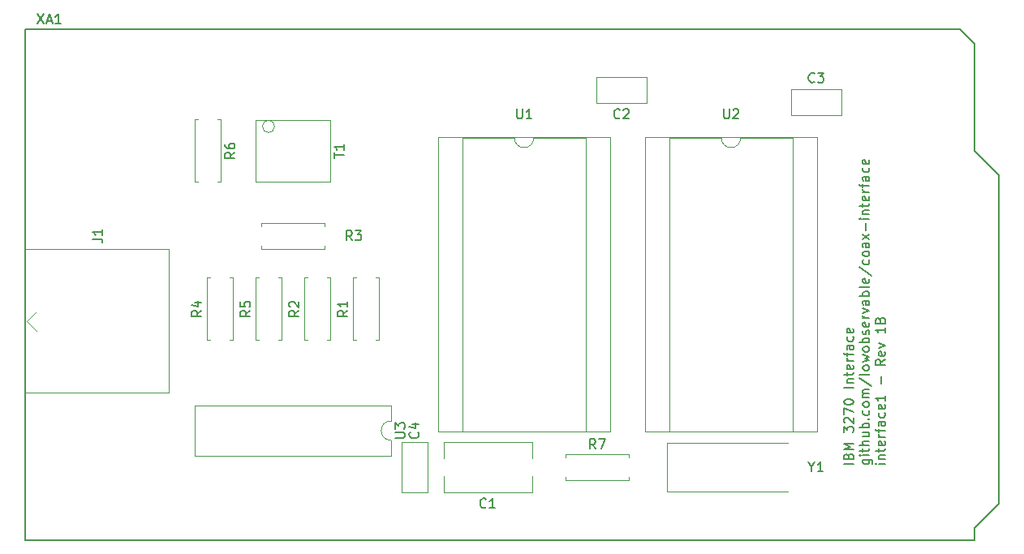
<source format=gbr>
G04 #@! TF.GenerationSoftware,KiCad,Pcbnew,5.1.4*
G04 #@! TF.CreationDate,2019-10-06T12:07:38-05:00*
G04 #@! TF.ProjectId,hardware,68617264-7761-4726-952e-6b696361645f,rev?*
G04 #@! TF.SameCoordinates,Original*
G04 #@! TF.FileFunction,Legend,Top*
G04 #@! TF.FilePolarity,Positive*
%FSLAX46Y46*%
G04 Gerber Fmt 4.6, Leading zero omitted, Abs format (unit mm)*
G04 Created by KiCad (PCBNEW 5.1.4) date 2019-10-06 12:07:38*
%MOMM*%
%LPD*%
G04 APERTURE LIST*
%ADD10C,0.150000*%
%ADD11C,0.120000*%
G04 APERTURE END LIST*
D10*
X229942380Y-63164404D02*
X228942380Y-63164404D01*
X229418571Y-62354880D02*
X229466190Y-62212023D01*
X229513809Y-62164404D01*
X229609047Y-62116785D01*
X229751904Y-62116785D01*
X229847142Y-62164404D01*
X229894761Y-62212023D01*
X229942380Y-62307261D01*
X229942380Y-62688214D01*
X228942380Y-62688214D01*
X228942380Y-62354880D01*
X228990000Y-62259642D01*
X229037619Y-62212023D01*
X229132857Y-62164404D01*
X229228095Y-62164404D01*
X229323333Y-62212023D01*
X229370952Y-62259642D01*
X229418571Y-62354880D01*
X229418571Y-62688214D01*
X229942380Y-61688214D02*
X228942380Y-61688214D01*
X229656666Y-61354880D01*
X228942380Y-61021547D01*
X229942380Y-61021547D01*
X228942380Y-59878690D02*
X228942380Y-59259642D01*
X229323333Y-59592976D01*
X229323333Y-59450119D01*
X229370952Y-59354880D01*
X229418571Y-59307261D01*
X229513809Y-59259642D01*
X229751904Y-59259642D01*
X229847142Y-59307261D01*
X229894761Y-59354880D01*
X229942380Y-59450119D01*
X229942380Y-59735833D01*
X229894761Y-59831071D01*
X229847142Y-59878690D01*
X229037619Y-58878690D02*
X228990000Y-58831071D01*
X228942380Y-58735833D01*
X228942380Y-58497738D01*
X228990000Y-58402500D01*
X229037619Y-58354880D01*
X229132857Y-58307261D01*
X229228095Y-58307261D01*
X229370952Y-58354880D01*
X229942380Y-58926309D01*
X229942380Y-58307261D01*
X228942380Y-57973928D02*
X228942380Y-57307261D01*
X229942380Y-57735833D01*
X228942380Y-56735833D02*
X228942380Y-56640595D01*
X228990000Y-56545357D01*
X229037619Y-56497738D01*
X229132857Y-56450119D01*
X229323333Y-56402500D01*
X229561428Y-56402500D01*
X229751904Y-56450119D01*
X229847142Y-56497738D01*
X229894761Y-56545357D01*
X229942380Y-56640595D01*
X229942380Y-56735833D01*
X229894761Y-56831071D01*
X229847142Y-56878690D01*
X229751904Y-56926309D01*
X229561428Y-56973928D01*
X229323333Y-56973928D01*
X229132857Y-56926309D01*
X229037619Y-56878690D01*
X228990000Y-56831071D01*
X228942380Y-56735833D01*
X229942380Y-55212023D02*
X228942380Y-55212023D01*
X229275714Y-54735833D02*
X229942380Y-54735833D01*
X229370952Y-54735833D02*
X229323333Y-54688214D01*
X229275714Y-54592976D01*
X229275714Y-54450119D01*
X229323333Y-54354880D01*
X229418571Y-54307261D01*
X229942380Y-54307261D01*
X229275714Y-53973928D02*
X229275714Y-53592976D01*
X228942380Y-53831071D02*
X229799523Y-53831071D01*
X229894761Y-53783452D01*
X229942380Y-53688214D01*
X229942380Y-53592976D01*
X229894761Y-52878690D02*
X229942380Y-52973928D01*
X229942380Y-53164404D01*
X229894761Y-53259642D01*
X229799523Y-53307261D01*
X229418571Y-53307261D01*
X229323333Y-53259642D01*
X229275714Y-53164404D01*
X229275714Y-52973928D01*
X229323333Y-52878690D01*
X229418571Y-52831071D01*
X229513809Y-52831071D01*
X229609047Y-53307261D01*
X229942380Y-52402500D02*
X229275714Y-52402500D01*
X229466190Y-52402500D02*
X229370952Y-52354880D01*
X229323333Y-52307261D01*
X229275714Y-52212023D01*
X229275714Y-52116785D01*
X229275714Y-51926309D02*
X229275714Y-51545357D01*
X229942380Y-51783452D02*
X229085238Y-51783452D01*
X228990000Y-51735833D01*
X228942380Y-51640595D01*
X228942380Y-51545357D01*
X229942380Y-50783452D02*
X229418571Y-50783452D01*
X229323333Y-50831071D01*
X229275714Y-50926309D01*
X229275714Y-51116785D01*
X229323333Y-51212023D01*
X229894761Y-50783452D02*
X229942380Y-50878690D01*
X229942380Y-51116785D01*
X229894761Y-51212023D01*
X229799523Y-51259642D01*
X229704285Y-51259642D01*
X229609047Y-51212023D01*
X229561428Y-51116785D01*
X229561428Y-50878690D01*
X229513809Y-50783452D01*
X229894761Y-49878690D02*
X229942380Y-49973928D01*
X229942380Y-50164404D01*
X229894761Y-50259642D01*
X229847142Y-50307261D01*
X229751904Y-50354880D01*
X229466190Y-50354880D01*
X229370952Y-50307261D01*
X229323333Y-50259642D01*
X229275714Y-50164404D01*
X229275714Y-49973928D01*
X229323333Y-49878690D01*
X229894761Y-49069166D02*
X229942380Y-49164404D01*
X229942380Y-49354880D01*
X229894761Y-49450119D01*
X229799523Y-49497738D01*
X229418571Y-49497738D01*
X229323333Y-49450119D01*
X229275714Y-49354880D01*
X229275714Y-49164404D01*
X229323333Y-49069166D01*
X229418571Y-49021547D01*
X229513809Y-49021547D01*
X229609047Y-49497738D01*
X230925714Y-62735833D02*
X231735238Y-62735833D01*
X231830476Y-62783452D01*
X231878095Y-62831071D01*
X231925714Y-62926309D01*
X231925714Y-63069166D01*
X231878095Y-63164404D01*
X231544761Y-62735833D02*
X231592380Y-62831071D01*
X231592380Y-63021547D01*
X231544761Y-63116785D01*
X231497142Y-63164404D01*
X231401904Y-63212023D01*
X231116190Y-63212023D01*
X231020952Y-63164404D01*
X230973333Y-63116785D01*
X230925714Y-63021547D01*
X230925714Y-62831071D01*
X230973333Y-62735833D01*
X231592380Y-62259642D02*
X230925714Y-62259642D01*
X230592380Y-62259642D02*
X230640000Y-62307261D01*
X230687619Y-62259642D01*
X230640000Y-62212023D01*
X230592380Y-62259642D01*
X230687619Y-62259642D01*
X230925714Y-61926309D02*
X230925714Y-61545357D01*
X230592380Y-61783452D02*
X231449523Y-61783452D01*
X231544761Y-61735833D01*
X231592380Y-61640595D01*
X231592380Y-61545357D01*
X231592380Y-61212023D02*
X230592380Y-61212023D01*
X231592380Y-60783452D02*
X231068571Y-60783452D01*
X230973333Y-60831071D01*
X230925714Y-60926309D01*
X230925714Y-61069166D01*
X230973333Y-61164404D01*
X231020952Y-61212023D01*
X230925714Y-59878690D02*
X231592380Y-59878690D01*
X230925714Y-60307261D02*
X231449523Y-60307261D01*
X231544761Y-60259642D01*
X231592380Y-60164404D01*
X231592380Y-60021547D01*
X231544761Y-59926309D01*
X231497142Y-59878690D01*
X231592380Y-59402500D02*
X230592380Y-59402500D01*
X230973333Y-59402500D02*
X230925714Y-59307261D01*
X230925714Y-59116785D01*
X230973333Y-59021547D01*
X231020952Y-58973928D01*
X231116190Y-58926309D01*
X231401904Y-58926309D01*
X231497142Y-58973928D01*
X231544761Y-59021547D01*
X231592380Y-59116785D01*
X231592380Y-59307261D01*
X231544761Y-59402500D01*
X231497142Y-58497738D02*
X231544761Y-58450119D01*
X231592380Y-58497738D01*
X231544761Y-58545357D01*
X231497142Y-58497738D01*
X231592380Y-58497738D01*
X231544761Y-57592976D02*
X231592380Y-57688214D01*
X231592380Y-57878690D01*
X231544761Y-57973928D01*
X231497142Y-58021547D01*
X231401904Y-58069166D01*
X231116190Y-58069166D01*
X231020952Y-58021547D01*
X230973333Y-57973928D01*
X230925714Y-57878690D01*
X230925714Y-57688214D01*
X230973333Y-57592976D01*
X231592380Y-57021547D02*
X231544761Y-57116785D01*
X231497142Y-57164404D01*
X231401904Y-57212023D01*
X231116190Y-57212023D01*
X231020952Y-57164404D01*
X230973333Y-57116785D01*
X230925714Y-57021547D01*
X230925714Y-56878690D01*
X230973333Y-56783452D01*
X231020952Y-56735833D01*
X231116190Y-56688214D01*
X231401904Y-56688214D01*
X231497142Y-56735833D01*
X231544761Y-56783452D01*
X231592380Y-56878690D01*
X231592380Y-57021547D01*
X231592380Y-56259642D02*
X230925714Y-56259642D01*
X231020952Y-56259642D02*
X230973333Y-56212023D01*
X230925714Y-56116785D01*
X230925714Y-55973928D01*
X230973333Y-55878690D01*
X231068571Y-55831071D01*
X231592380Y-55831071D01*
X231068571Y-55831071D02*
X230973333Y-55783452D01*
X230925714Y-55688214D01*
X230925714Y-55545357D01*
X230973333Y-55450119D01*
X231068571Y-55402500D01*
X231592380Y-55402500D01*
X230544761Y-54212023D02*
X231830476Y-55069166D01*
X231592380Y-53735833D02*
X231544761Y-53831071D01*
X231449523Y-53878690D01*
X230592380Y-53878690D01*
X231592380Y-53212023D02*
X231544761Y-53307261D01*
X231497142Y-53354880D01*
X231401904Y-53402500D01*
X231116190Y-53402500D01*
X231020952Y-53354880D01*
X230973333Y-53307261D01*
X230925714Y-53212023D01*
X230925714Y-53069166D01*
X230973333Y-52973928D01*
X231020952Y-52926309D01*
X231116190Y-52878690D01*
X231401904Y-52878690D01*
X231497142Y-52926309D01*
X231544761Y-52973928D01*
X231592380Y-53069166D01*
X231592380Y-53212023D01*
X230925714Y-52545357D02*
X231592380Y-52354880D01*
X231116190Y-52164404D01*
X231592380Y-51973928D01*
X230925714Y-51783452D01*
X231592380Y-51259642D02*
X231544761Y-51354880D01*
X231497142Y-51402500D01*
X231401904Y-51450119D01*
X231116190Y-51450119D01*
X231020952Y-51402500D01*
X230973333Y-51354880D01*
X230925714Y-51259642D01*
X230925714Y-51116785D01*
X230973333Y-51021547D01*
X231020952Y-50973928D01*
X231116190Y-50926309D01*
X231401904Y-50926309D01*
X231497142Y-50973928D01*
X231544761Y-51021547D01*
X231592380Y-51116785D01*
X231592380Y-51259642D01*
X231592380Y-50497738D02*
X230592380Y-50497738D01*
X230973333Y-50497738D02*
X230925714Y-50402500D01*
X230925714Y-50212023D01*
X230973333Y-50116785D01*
X231020952Y-50069166D01*
X231116190Y-50021547D01*
X231401904Y-50021547D01*
X231497142Y-50069166D01*
X231544761Y-50116785D01*
X231592380Y-50212023D01*
X231592380Y-50402500D01*
X231544761Y-50497738D01*
X231544761Y-49640595D02*
X231592380Y-49545357D01*
X231592380Y-49354880D01*
X231544761Y-49259642D01*
X231449523Y-49212023D01*
X231401904Y-49212023D01*
X231306666Y-49259642D01*
X231259047Y-49354880D01*
X231259047Y-49497738D01*
X231211428Y-49592976D01*
X231116190Y-49640595D01*
X231068571Y-49640595D01*
X230973333Y-49592976D01*
X230925714Y-49497738D01*
X230925714Y-49354880D01*
X230973333Y-49259642D01*
X231544761Y-48402500D02*
X231592380Y-48497738D01*
X231592380Y-48688214D01*
X231544761Y-48783452D01*
X231449523Y-48831071D01*
X231068571Y-48831071D01*
X230973333Y-48783452D01*
X230925714Y-48688214D01*
X230925714Y-48497738D01*
X230973333Y-48402500D01*
X231068571Y-48354880D01*
X231163809Y-48354880D01*
X231259047Y-48831071D01*
X231592380Y-47926309D02*
X230925714Y-47926309D01*
X231116190Y-47926309D02*
X231020952Y-47878690D01*
X230973333Y-47831071D01*
X230925714Y-47735833D01*
X230925714Y-47640595D01*
X230925714Y-47402500D02*
X231592380Y-47164404D01*
X230925714Y-46926309D01*
X231592380Y-46116785D02*
X231068571Y-46116785D01*
X230973333Y-46164404D01*
X230925714Y-46259642D01*
X230925714Y-46450119D01*
X230973333Y-46545357D01*
X231544761Y-46116785D02*
X231592380Y-46212023D01*
X231592380Y-46450119D01*
X231544761Y-46545357D01*
X231449523Y-46592976D01*
X231354285Y-46592976D01*
X231259047Y-46545357D01*
X231211428Y-46450119D01*
X231211428Y-46212023D01*
X231163809Y-46116785D01*
X231592380Y-45640595D02*
X230592380Y-45640595D01*
X230973333Y-45640595D02*
X230925714Y-45545357D01*
X230925714Y-45354880D01*
X230973333Y-45259642D01*
X231020952Y-45212023D01*
X231116190Y-45164404D01*
X231401904Y-45164404D01*
X231497142Y-45212023D01*
X231544761Y-45259642D01*
X231592380Y-45354880D01*
X231592380Y-45545357D01*
X231544761Y-45640595D01*
X231592380Y-44592976D02*
X231544761Y-44688214D01*
X231449523Y-44735833D01*
X230592380Y-44735833D01*
X231544761Y-43831071D02*
X231592380Y-43926309D01*
X231592380Y-44116785D01*
X231544761Y-44212023D01*
X231449523Y-44259642D01*
X231068571Y-44259642D01*
X230973333Y-44212023D01*
X230925714Y-44116785D01*
X230925714Y-43926309D01*
X230973333Y-43831071D01*
X231068571Y-43783452D01*
X231163809Y-43783452D01*
X231259047Y-44259642D01*
X230544761Y-42640595D02*
X231830476Y-43497738D01*
X231544761Y-41878690D02*
X231592380Y-41973928D01*
X231592380Y-42164404D01*
X231544761Y-42259642D01*
X231497142Y-42307261D01*
X231401904Y-42354880D01*
X231116190Y-42354880D01*
X231020952Y-42307261D01*
X230973333Y-42259642D01*
X230925714Y-42164404D01*
X230925714Y-41973928D01*
X230973333Y-41878690D01*
X231592380Y-41307261D02*
X231544761Y-41402500D01*
X231497142Y-41450119D01*
X231401904Y-41497738D01*
X231116190Y-41497738D01*
X231020952Y-41450119D01*
X230973333Y-41402500D01*
X230925714Y-41307261D01*
X230925714Y-41164404D01*
X230973333Y-41069166D01*
X231020952Y-41021547D01*
X231116190Y-40973928D01*
X231401904Y-40973928D01*
X231497142Y-41021547D01*
X231544761Y-41069166D01*
X231592380Y-41164404D01*
X231592380Y-41307261D01*
X231592380Y-40116785D02*
X231068571Y-40116785D01*
X230973333Y-40164404D01*
X230925714Y-40259642D01*
X230925714Y-40450119D01*
X230973333Y-40545357D01*
X231544761Y-40116785D02*
X231592380Y-40212023D01*
X231592380Y-40450119D01*
X231544761Y-40545357D01*
X231449523Y-40592976D01*
X231354285Y-40592976D01*
X231259047Y-40545357D01*
X231211428Y-40450119D01*
X231211428Y-40212023D01*
X231163809Y-40116785D01*
X231592380Y-39735833D02*
X230925714Y-39212023D01*
X230925714Y-39735833D02*
X231592380Y-39212023D01*
X231211428Y-38831071D02*
X231211428Y-38069166D01*
X231592380Y-37592976D02*
X230925714Y-37592976D01*
X230592380Y-37592976D02*
X230640000Y-37640595D01*
X230687619Y-37592976D01*
X230640000Y-37545357D01*
X230592380Y-37592976D01*
X230687619Y-37592976D01*
X230925714Y-37116785D02*
X231592380Y-37116785D01*
X231020952Y-37116785D02*
X230973333Y-37069166D01*
X230925714Y-36973928D01*
X230925714Y-36831071D01*
X230973333Y-36735833D01*
X231068571Y-36688214D01*
X231592380Y-36688214D01*
X230925714Y-36354880D02*
X230925714Y-35973928D01*
X230592380Y-36212023D02*
X231449523Y-36212023D01*
X231544761Y-36164404D01*
X231592380Y-36069166D01*
X231592380Y-35973928D01*
X231544761Y-35259642D02*
X231592380Y-35354880D01*
X231592380Y-35545357D01*
X231544761Y-35640595D01*
X231449523Y-35688214D01*
X231068571Y-35688214D01*
X230973333Y-35640595D01*
X230925714Y-35545357D01*
X230925714Y-35354880D01*
X230973333Y-35259642D01*
X231068571Y-35212023D01*
X231163809Y-35212023D01*
X231259047Y-35688214D01*
X231592380Y-34783452D02*
X230925714Y-34783452D01*
X231116190Y-34783452D02*
X231020952Y-34735833D01*
X230973333Y-34688214D01*
X230925714Y-34592976D01*
X230925714Y-34497738D01*
X230925714Y-34307261D02*
X230925714Y-33926309D01*
X231592380Y-34164404D02*
X230735238Y-34164404D01*
X230640000Y-34116785D01*
X230592380Y-34021547D01*
X230592380Y-33926309D01*
X231592380Y-33164404D02*
X231068571Y-33164404D01*
X230973333Y-33212023D01*
X230925714Y-33307261D01*
X230925714Y-33497738D01*
X230973333Y-33592976D01*
X231544761Y-33164404D02*
X231592380Y-33259642D01*
X231592380Y-33497738D01*
X231544761Y-33592976D01*
X231449523Y-33640595D01*
X231354285Y-33640595D01*
X231259047Y-33592976D01*
X231211428Y-33497738D01*
X231211428Y-33259642D01*
X231163809Y-33164404D01*
X231544761Y-32259642D02*
X231592380Y-32354880D01*
X231592380Y-32545357D01*
X231544761Y-32640595D01*
X231497142Y-32688214D01*
X231401904Y-32735833D01*
X231116190Y-32735833D01*
X231020952Y-32688214D01*
X230973333Y-32640595D01*
X230925714Y-32545357D01*
X230925714Y-32354880D01*
X230973333Y-32259642D01*
X231544761Y-31450119D02*
X231592380Y-31545357D01*
X231592380Y-31735833D01*
X231544761Y-31831071D01*
X231449523Y-31878690D01*
X231068571Y-31878690D01*
X230973333Y-31831071D01*
X230925714Y-31735833D01*
X230925714Y-31545357D01*
X230973333Y-31450119D01*
X231068571Y-31402500D01*
X231163809Y-31402500D01*
X231259047Y-31878690D01*
X233242380Y-63164404D02*
X232575714Y-63164404D01*
X232242380Y-63164404D02*
X232290000Y-63212023D01*
X232337619Y-63164404D01*
X232290000Y-63116785D01*
X232242380Y-63164404D01*
X232337619Y-63164404D01*
X232575714Y-62688214D02*
X233242380Y-62688214D01*
X232670952Y-62688214D02*
X232623333Y-62640595D01*
X232575714Y-62545357D01*
X232575714Y-62402500D01*
X232623333Y-62307261D01*
X232718571Y-62259642D01*
X233242380Y-62259642D01*
X232575714Y-61926309D02*
X232575714Y-61545357D01*
X232242380Y-61783452D02*
X233099523Y-61783452D01*
X233194761Y-61735833D01*
X233242380Y-61640595D01*
X233242380Y-61545357D01*
X233194761Y-60831071D02*
X233242380Y-60926309D01*
X233242380Y-61116785D01*
X233194761Y-61212023D01*
X233099523Y-61259642D01*
X232718571Y-61259642D01*
X232623333Y-61212023D01*
X232575714Y-61116785D01*
X232575714Y-60926309D01*
X232623333Y-60831071D01*
X232718571Y-60783452D01*
X232813809Y-60783452D01*
X232909047Y-61259642D01*
X233242380Y-60354880D02*
X232575714Y-60354880D01*
X232766190Y-60354880D02*
X232670952Y-60307261D01*
X232623333Y-60259642D01*
X232575714Y-60164404D01*
X232575714Y-60069166D01*
X232575714Y-59878690D02*
X232575714Y-59497738D01*
X233242380Y-59735833D02*
X232385238Y-59735833D01*
X232290000Y-59688214D01*
X232242380Y-59592976D01*
X232242380Y-59497738D01*
X233242380Y-58735833D02*
X232718571Y-58735833D01*
X232623333Y-58783452D01*
X232575714Y-58878690D01*
X232575714Y-59069166D01*
X232623333Y-59164404D01*
X233194761Y-58735833D02*
X233242380Y-58831071D01*
X233242380Y-59069166D01*
X233194761Y-59164404D01*
X233099523Y-59212023D01*
X233004285Y-59212023D01*
X232909047Y-59164404D01*
X232861428Y-59069166D01*
X232861428Y-58831071D01*
X232813809Y-58735833D01*
X233194761Y-57831071D02*
X233242380Y-57926309D01*
X233242380Y-58116785D01*
X233194761Y-58212023D01*
X233147142Y-58259642D01*
X233051904Y-58307261D01*
X232766190Y-58307261D01*
X232670952Y-58259642D01*
X232623333Y-58212023D01*
X232575714Y-58116785D01*
X232575714Y-57926309D01*
X232623333Y-57831071D01*
X233194761Y-57021547D02*
X233242380Y-57116785D01*
X233242380Y-57307261D01*
X233194761Y-57402500D01*
X233099523Y-57450119D01*
X232718571Y-57450119D01*
X232623333Y-57402500D01*
X232575714Y-57307261D01*
X232575714Y-57116785D01*
X232623333Y-57021547D01*
X232718571Y-56973928D01*
X232813809Y-56973928D01*
X232909047Y-57450119D01*
X233242380Y-56021547D02*
X233242380Y-56592976D01*
X233242380Y-56307261D02*
X232242380Y-56307261D01*
X232385238Y-56402500D01*
X232480476Y-56497738D01*
X232528095Y-56592976D01*
X232861428Y-54831071D02*
X232861428Y-54069166D01*
X233242380Y-52259642D02*
X232766190Y-52592976D01*
X233242380Y-52831071D02*
X232242380Y-52831071D01*
X232242380Y-52450119D01*
X232290000Y-52354880D01*
X232337619Y-52307261D01*
X232432857Y-52259642D01*
X232575714Y-52259642D01*
X232670952Y-52307261D01*
X232718571Y-52354880D01*
X232766190Y-52450119D01*
X232766190Y-52831071D01*
X233194761Y-51450119D02*
X233242380Y-51545357D01*
X233242380Y-51735833D01*
X233194761Y-51831071D01*
X233099523Y-51878690D01*
X232718571Y-51878690D01*
X232623333Y-51831071D01*
X232575714Y-51735833D01*
X232575714Y-51545357D01*
X232623333Y-51450119D01*
X232718571Y-51402500D01*
X232813809Y-51402500D01*
X232909047Y-51878690D01*
X232575714Y-51069166D02*
X233242380Y-50831071D01*
X232575714Y-50592976D01*
X233242380Y-48926309D02*
X233242380Y-49497738D01*
X233242380Y-49212023D02*
X232242380Y-49212023D01*
X232385238Y-49307261D01*
X232480476Y-49402500D01*
X232528095Y-49497738D01*
X232718571Y-48164404D02*
X232766190Y-48021547D01*
X232813809Y-47973928D01*
X232909047Y-47926309D01*
X233051904Y-47926309D01*
X233147142Y-47973928D01*
X233194761Y-48021547D01*
X233242380Y-48116785D01*
X233242380Y-48497738D01*
X232242380Y-48497738D01*
X232242380Y-48164404D01*
X232290000Y-48069166D01*
X232337619Y-48021547D01*
X232432857Y-47973928D01*
X232528095Y-47973928D01*
X232623333Y-48021547D01*
X232670952Y-48069166D01*
X232718571Y-48164404D01*
X232718571Y-48497738D01*
X143510000Y-17780000D02*
X241046000Y-17780000D01*
X143510000Y-71120000D02*
X242570000Y-71120000D01*
X241046000Y-17780000D02*
X242570000Y-19304000D01*
X242570000Y-71120000D02*
X242570000Y-69850000D01*
X242570000Y-69850000D02*
X245110000Y-67310000D01*
X245110000Y-67310000D02*
X245110000Y-33020000D01*
X245110000Y-33020000D02*
X242570000Y-30480000D01*
X242570000Y-30480000D02*
X242570000Y-19304000D01*
X143510000Y-17780000D02*
X143510000Y-71120000D01*
D11*
X181670000Y-60690000D02*
G75*
G02X181670000Y-58690000I0J1000000D01*
G01*
X181670000Y-58690000D02*
X181670000Y-57040000D01*
X181670000Y-57040000D02*
X161230000Y-57040000D01*
X161230000Y-57040000D02*
X161230000Y-62340000D01*
X161230000Y-62340000D02*
X181670000Y-62340000D01*
X181670000Y-62340000D02*
X181670000Y-60690000D01*
X168180000Y-38000000D02*
X168180000Y-38330000D01*
X174720000Y-38000000D02*
X168180000Y-38000000D01*
X174720000Y-38330000D02*
X174720000Y-38000000D01*
X168180000Y-40740000D02*
X168180000Y-40410000D01*
X174720000Y-40740000D02*
X168180000Y-40740000D01*
X174720000Y-40410000D02*
X174720000Y-40740000D01*
X172950000Y-50260000D02*
X172620000Y-50260000D01*
X172620000Y-50260000D02*
X172620000Y-43720000D01*
X172620000Y-43720000D02*
X172950000Y-43720000D01*
X175030000Y-50260000D02*
X175360000Y-50260000D01*
X175360000Y-50260000D02*
X175360000Y-43720000D01*
X175360000Y-43720000D02*
X175030000Y-43720000D01*
X180440000Y-43720000D02*
X180110000Y-43720000D01*
X180440000Y-50260000D02*
X180440000Y-43720000D01*
X180110000Y-50260000D02*
X180440000Y-50260000D01*
X177700000Y-43720000D02*
X178030000Y-43720000D01*
X177700000Y-50260000D02*
X177700000Y-43720000D01*
X178030000Y-50260000D02*
X177700000Y-50260000D01*
X167870000Y-50260000D02*
X167540000Y-50260000D01*
X167540000Y-50260000D02*
X167540000Y-43720000D01*
X167540000Y-43720000D02*
X167870000Y-43720000D01*
X169950000Y-50260000D02*
X170280000Y-50260000D01*
X170280000Y-50260000D02*
X170280000Y-43720000D01*
X170280000Y-43720000D02*
X169950000Y-43720000D01*
X165200000Y-43720000D02*
X164870000Y-43720000D01*
X165200000Y-50260000D02*
X165200000Y-43720000D01*
X164870000Y-50260000D02*
X165200000Y-50260000D01*
X162460000Y-43720000D02*
X162790000Y-43720000D01*
X162460000Y-50260000D02*
X162460000Y-43720000D01*
X162790000Y-50260000D02*
X162460000Y-50260000D01*
X169545000Y-27940000D02*
G75*
G03X169545000Y-27940000I-635000J0D01*
G01*
X175320000Y-29480000D02*
X175320000Y-31480000D01*
X175320000Y-33715000D02*
X175320000Y-31480000D01*
X167580000Y-33715000D02*
X175320000Y-33715000D01*
X167580000Y-27245000D02*
X167580000Y-33715000D01*
X175320000Y-27245000D02*
X167580000Y-27245000D01*
X175320000Y-29480000D02*
X175320000Y-27245000D01*
X210470000Y-66050000D02*
X223070000Y-66050000D01*
X210470000Y-60950000D02*
X210470000Y-66050000D01*
X223070000Y-60950000D02*
X210470000Y-60950000D01*
X185520000Y-66100000D02*
X182780000Y-66100000D01*
X185520000Y-60860000D02*
X182780000Y-60860000D01*
X182780000Y-60860000D02*
X182780000Y-66100000D01*
X185520000Y-60860000D02*
X185520000Y-66100000D01*
X228660000Y-24030000D02*
X228660000Y-26770000D01*
X223420000Y-24030000D02*
X223420000Y-26770000D01*
X223420000Y-26770000D02*
X228660000Y-26770000D01*
X223420000Y-24030000D02*
X228660000Y-24030000D01*
X208340000Y-22760000D02*
X208340000Y-25500000D01*
X203100000Y-22760000D02*
X203100000Y-25500000D01*
X203100000Y-25500000D02*
X208340000Y-25500000D01*
X203100000Y-22760000D02*
X208340000Y-22760000D01*
X187210000Y-62554000D02*
X187210000Y-60880000D01*
X187210000Y-66120000D02*
X187210000Y-64446000D01*
X196450000Y-62554000D02*
X196450000Y-60880000D01*
X196450000Y-66120000D02*
X196450000Y-64446000D01*
X196450000Y-60880000D02*
X187210000Y-60880000D01*
X196450000Y-66120000D02*
X187210000Y-66120000D01*
X196580000Y-29150000D02*
G75*
G02X194580000Y-29150000I-1000000J0D01*
G01*
X194580000Y-29150000D02*
X189120000Y-29150000D01*
X189120000Y-29150000D02*
X189120000Y-59750000D01*
X189120000Y-59750000D02*
X202040000Y-59750000D01*
X202040000Y-59750000D02*
X202040000Y-29150000D01*
X202040000Y-29150000D02*
X196580000Y-29150000D01*
X186630000Y-29090000D02*
X186630000Y-59810000D01*
X186630000Y-59810000D02*
X204530000Y-59810000D01*
X204530000Y-59810000D02*
X204530000Y-29090000D01*
X204530000Y-29090000D02*
X186630000Y-29090000D01*
X226120000Y-29090000D02*
X208220000Y-29090000D01*
X226120000Y-59810000D02*
X226120000Y-29090000D01*
X208220000Y-59810000D02*
X226120000Y-59810000D01*
X208220000Y-29090000D02*
X208220000Y-59810000D01*
X223630000Y-29150000D02*
X218170000Y-29150000D01*
X223630000Y-59750000D02*
X223630000Y-29150000D01*
X210710000Y-59750000D02*
X223630000Y-59750000D01*
X210710000Y-29150000D02*
X210710000Y-59750000D01*
X216170000Y-29150000D02*
X210710000Y-29150000D01*
X218170000Y-29150000D02*
G75*
G02X216170000Y-29150000I-1000000J0D01*
G01*
X143510000Y-55760000D02*
X143510000Y-40760000D01*
X143510000Y-40760000D02*
X158510000Y-40760000D01*
X158510000Y-40760000D02*
X158510000Y-55760000D01*
X158510000Y-55760000D02*
X143510000Y-55760000D01*
X143710000Y-48260000D02*
X144710000Y-49260000D01*
X143710000Y-48260000D02*
X144710000Y-47260000D01*
X163600000Y-27210000D02*
X163930000Y-27210000D01*
X163930000Y-27210000D02*
X163930000Y-33750000D01*
X163930000Y-33750000D02*
X163600000Y-33750000D01*
X161520000Y-27210000D02*
X161190000Y-27210000D01*
X161190000Y-27210000D02*
X161190000Y-33750000D01*
X161190000Y-33750000D02*
X161520000Y-33750000D01*
X199930000Y-62460000D02*
X199930000Y-62130000D01*
X199930000Y-62130000D02*
X206470000Y-62130000D01*
X206470000Y-62130000D02*
X206470000Y-62460000D01*
X199930000Y-64540000D02*
X199930000Y-64870000D01*
X199930000Y-64870000D02*
X206470000Y-64870000D01*
X206470000Y-64870000D02*
X206470000Y-64540000D01*
D10*
X144811904Y-16216380D02*
X145478571Y-17216380D01*
X145478571Y-16216380D02*
X144811904Y-17216380D01*
X145811904Y-16930666D02*
X146288095Y-16930666D01*
X145716666Y-17216380D02*
X146050000Y-16216380D01*
X146383333Y-17216380D01*
X147240476Y-17216380D02*
X146669047Y-17216380D01*
X146954761Y-17216380D02*
X146954761Y-16216380D01*
X146859523Y-16359238D01*
X146764285Y-16454476D01*
X146669047Y-16502095D01*
X182122380Y-60451904D02*
X182931904Y-60451904D01*
X183027142Y-60404285D01*
X183074761Y-60356666D01*
X183122380Y-60261428D01*
X183122380Y-60070952D01*
X183074761Y-59975714D01*
X183027142Y-59928095D01*
X182931904Y-59880476D01*
X182122380Y-59880476D01*
X182122380Y-59499523D02*
X182122380Y-58880476D01*
X182503333Y-59213809D01*
X182503333Y-59070952D01*
X182550952Y-58975714D01*
X182598571Y-58928095D01*
X182693809Y-58880476D01*
X182931904Y-58880476D01*
X183027142Y-58928095D01*
X183074761Y-58975714D01*
X183122380Y-59070952D01*
X183122380Y-59356666D01*
X183074761Y-59451904D01*
X183027142Y-59499523D01*
X177633333Y-39822380D02*
X177300000Y-39346190D01*
X177061904Y-39822380D02*
X177061904Y-38822380D01*
X177442857Y-38822380D01*
X177538095Y-38870000D01*
X177585714Y-38917619D01*
X177633333Y-39012857D01*
X177633333Y-39155714D01*
X177585714Y-39250952D01*
X177538095Y-39298571D01*
X177442857Y-39346190D01*
X177061904Y-39346190D01*
X177966666Y-38822380D02*
X178585714Y-38822380D01*
X178252380Y-39203333D01*
X178395238Y-39203333D01*
X178490476Y-39250952D01*
X178538095Y-39298571D01*
X178585714Y-39393809D01*
X178585714Y-39631904D01*
X178538095Y-39727142D01*
X178490476Y-39774761D01*
X178395238Y-39822380D01*
X178109523Y-39822380D01*
X178014285Y-39774761D01*
X177966666Y-39727142D01*
X172072380Y-47156666D02*
X171596190Y-47490000D01*
X172072380Y-47728095D02*
X171072380Y-47728095D01*
X171072380Y-47347142D01*
X171120000Y-47251904D01*
X171167619Y-47204285D01*
X171262857Y-47156666D01*
X171405714Y-47156666D01*
X171500952Y-47204285D01*
X171548571Y-47251904D01*
X171596190Y-47347142D01*
X171596190Y-47728095D01*
X171167619Y-46775714D02*
X171120000Y-46728095D01*
X171072380Y-46632857D01*
X171072380Y-46394761D01*
X171120000Y-46299523D01*
X171167619Y-46251904D01*
X171262857Y-46204285D01*
X171358095Y-46204285D01*
X171500952Y-46251904D01*
X172072380Y-46823333D01*
X172072380Y-46204285D01*
X177152380Y-47156666D02*
X176676190Y-47490000D01*
X177152380Y-47728095D02*
X176152380Y-47728095D01*
X176152380Y-47347142D01*
X176200000Y-47251904D01*
X176247619Y-47204285D01*
X176342857Y-47156666D01*
X176485714Y-47156666D01*
X176580952Y-47204285D01*
X176628571Y-47251904D01*
X176676190Y-47347142D01*
X176676190Y-47728095D01*
X177152380Y-46204285D02*
X177152380Y-46775714D01*
X177152380Y-46490000D02*
X176152380Y-46490000D01*
X176295238Y-46585238D01*
X176390476Y-46680476D01*
X176438095Y-46775714D01*
X166992380Y-47156666D02*
X166516190Y-47490000D01*
X166992380Y-47728095D02*
X165992380Y-47728095D01*
X165992380Y-47347142D01*
X166040000Y-47251904D01*
X166087619Y-47204285D01*
X166182857Y-47156666D01*
X166325714Y-47156666D01*
X166420952Y-47204285D01*
X166468571Y-47251904D01*
X166516190Y-47347142D01*
X166516190Y-47728095D01*
X165992380Y-46251904D02*
X165992380Y-46728095D01*
X166468571Y-46775714D01*
X166420952Y-46728095D01*
X166373333Y-46632857D01*
X166373333Y-46394761D01*
X166420952Y-46299523D01*
X166468571Y-46251904D01*
X166563809Y-46204285D01*
X166801904Y-46204285D01*
X166897142Y-46251904D01*
X166944761Y-46299523D01*
X166992380Y-46394761D01*
X166992380Y-46632857D01*
X166944761Y-46728095D01*
X166897142Y-46775714D01*
X161912380Y-47156666D02*
X161436190Y-47490000D01*
X161912380Y-47728095D02*
X160912380Y-47728095D01*
X160912380Y-47347142D01*
X160960000Y-47251904D01*
X161007619Y-47204285D01*
X161102857Y-47156666D01*
X161245714Y-47156666D01*
X161340952Y-47204285D01*
X161388571Y-47251904D01*
X161436190Y-47347142D01*
X161436190Y-47728095D01*
X161245714Y-46299523D02*
X161912380Y-46299523D01*
X160864761Y-46537619D02*
X161579047Y-46775714D01*
X161579047Y-46156666D01*
X175772380Y-31241904D02*
X175772380Y-30670476D01*
X176772380Y-30956190D02*
X175772380Y-30956190D01*
X176772380Y-29813333D02*
X176772380Y-30384761D01*
X176772380Y-30099047D02*
X175772380Y-30099047D01*
X175915238Y-30194285D01*
X176010476Y-30289523D01*
X176058095Y-30384761D01*
X225583809Y-63476190D02*
X225583809Y-63952380D01*
X225250476Y-62952380D02*
X225583809Y-63476190D01*
X225917142Y-62952380D01*
X226774285Y-63952380D02*
X226202857Y-63952380D01*
X226488571Y-63952380D02*
X226488571Y-62952380D01*
X226393333Y-63095238D01*
X226298095Y-63190476D01*
X226202857Y-63238095D01*
X184507142Y-59856666D02*
X184554761Y-59904285D01*
X184602380Y-60047142D01*
X184602380Y-60142380D01*
X184554761Y-60285238D01*
X184459523Y-60380476D01*
X184364285Y-60428095D01*
X184173809Y-60475714D01*
X184030952Y-60475714D01*
X183840476Y-60428095D01*
X183745238Y-60380476D01*
X183650000Y-60285238D01*
X183602380Y-60142380D01*
X183602380Y-60047142D01*
X183650000Y-59904285D01*
X183697619Y-59856666D01*
X183935714Y-58999523D02*
X184602380Y-58999523D01*
X183554761Y-59237619D02*
X184269047Y-59475714D01*
X184269047Y-58856666D01*
X225873333Y-23257142D02*
X225825714Y-23304761D01*
X225682857Y-23352380D01*
X225587619Y-23352380D01*
X225444761Y-23304761D01*
X225349523Y-23209523D01*
X225301904Y-23114285D01*
X225254285Y-22923809D01*
X225254285Y-22780952D01*
X225301904Y-22590476D01*
X225349523Y-22495238D01*
X225444761Y-22400000D01*
X225587619Y-22352380D01*
X225682857Y-22352380D01*
X225825714Y-22400000D01*
X225873333Y-22447619D01*
X226206666Y-22352380D02*
X226825714Y-22352380D01*
X226492380Y-22733333D01*
X226635238Y-22733333D01*
X226730476Y-22780952D01*
X226778095Y-22828571D01*
X226825714Y-22923809D01*
X226825714Y-23161904D01*
X226778095Y-23257142D01*
X226730476Y-23304761D01*
X226635238Y-23352380D01*
X226349523Y-23352380D01*
X226254285Y-23304761D01*
X226206666Y-23257142D01*
X205573333Y-27027142D02*
X205525714Y-27074761D01*
X205382857Y-27122380D01*
X205287619Y-27122380D01*
X205144761Y-27074761D01*
X205049523Y-26979523D01*
X205001904Y-26884285D01*
X204954285Y-26693809D01*
X204954285Y-26550952D01*
X205001904Y-26360476D01*
X205049523Y-26265238D01*
X205144761Y-26170000D01*
X205287619Y-26122380D01*
X205382857Y-26122380D01*
X205525714Y-26170000D01*
X205573333Y-26217619D01*
X205954285Y-26217619D02*
X206001904Y-26170000D01*
X206097142Y-26122380D01*
X206335238Y-26122380D01*
X206430476Y-26170000D01*
X206478095Y-26217619D01*
X206525714Y-26312857D01*
X206525714Y-26408095D01*
X206478095Y-26550952D01*
X205906666Y-27122380D01*
X206525714Y-27122380D01*
X191603333Y-67667142D02*
X191555714Y-67714761D01*
X191412857Y-67762380D01*
X191317619Y-67762380D01*
X191174761Y-67714761D01*
X191079523Y-67619523D01*
X191031904Y-67524285D01*
X190984285Y-67333809D01*
X190984285Y-67190952D01*
X191031904Y-67000476D01*
X191079523Y-66905238D01*
X191174761Y-66810000D01*
X191317619Y-66762380D01*
X191412857Y-66762380D01*
X191555714Y-66810000D01*
X191603333Y-66857619D01*
X192555714Y-67762380D02*
X191984285Y-67762380D01*
X192270000Y-67762380D02*
X192270000Y-66762380D01*
X192174761Y-66905238D01*
X192079523Y-67000476D01*
X191984285Y-67048095D01*
X194818095Y-26122380D02*
X194818095Y-26931904D01*
X194865714Y-27027142D01*
X194913333Y-27074761D01*
X195008571Y-27122380D01*
X195199047Y-27122380D01*
X195294285Y-27074761D01*
X195341904Y-27027142D01*
X195389523Y-26931904D01*
X195389523Y-26122380D01*
X196389523Y-27122380D02*
X195818095Y-27122380D01*
X196103809Y-27122380D02*
X196103809Y-26122380D01*
X196008571Y-26265238D01*
X195913333Y-26360476D01*
X195818095Y-26408095D01*
X216408095Y-26122380D02*
X216408095Y-26931904D01*
X216455714Y-27027142D01*
X216503333Y-27074761D01*
X216598571Y-27122380D01*
X216789047Y-27122380D01*
X216884285Y-27074761D01*
X216931904Y-27027142D01*
X216979523Y-26931904D01*
X216979523Y-26122380D01*
X217408095Y-26217619D02*
X217455714Y-26170000D01*
X217550952Y-26122380D01*
X217789047Y-26122380D01*
X217884285Y-26170000D01*
X217931904Y-26217619D01*
X217979523Y-26312857D01*
X217979523Y-26408095D01*
X217931904Y-26550952D01*
X217360476Y-27122380D01*
X217979523Y-27122380D01*
X150582380Y-39703333D02*
X151296666Y-39703333D01*
X151439523Y-39750952D01*
X151534761Y-39846190D01*
X151582380Y-39989047D01*
X151582380Y-40084285D01*
X151582380Y-38703333D02*
X151582380Y-39274761D01*
X151582380Y-38989047D02*
X150582380Y-38989047D01*
X150725238Y-39084285D01*
X150820476Y-39179523D01*
X150868095Y-39274761D01*
X165382380Y-30646666D02*
X164906190Y-30980000D01*
X165382380Y-31218095D02*
X164382380Y-31218095D01*
X164382380Y-30837142D01*
X164430000Y-30741904D01*
X164477619Y-30694285D01*
X164572857Y-30646666D01*
X164715714Y-30646666D01*
X164810952Y-30694285D01*
X164858571Y-30741904D01*
X164906190Y-30837142D01*
X164906190Y-31218095D01*
X164382380Y-29789523D02*
X164382380Y-29980000D01*
X164430000Y-30075238D01*
X164477619Y-30122857D01*
X164620476Y-30218095D01*
X164810952Y-30265714D01*
X165191904Y-30265714D01*
X165287142Y-30218095D01*
X165334761Y-30170476D01*
X165382380Y-30075238D01*
X165382380Y-29884761D01*
X165334761Y-29789523D01*
X165287142Y-29741904D01*
X165191904Y-29694285D01*
X164953809Y-29694285D01*
X164858571Y-29741904D01*
X164810952Y-29789523D01*
X164763333Y-29884761D01*
X164763333Y-30075238D01*
X164810952Y-30170476D01*
X164858571Y-30218095D01*
X164953809Y-30265714D01*
X203033333Y-61582380D02*
X202700000Y-61106190D01*
X202461904Y-61582380D02*
X202461904Y-60582380D01*
X202842857Y-60582380D01*
X202938095Y-60630000D01*
X202985714Y-60677619D01*
X203033333Y-60772857D01*
X203033333Y-60915714D01*
X202985714Y-61010952D01*
X202938095Y-61058571D01*
X202842857Y-61106190D01*
X202461904Y-61106190D01*
X203366666Y-60582380D02*
X204033333Y-60582380D01*
X203604761Y-61582380D01*
M02*

</source>
